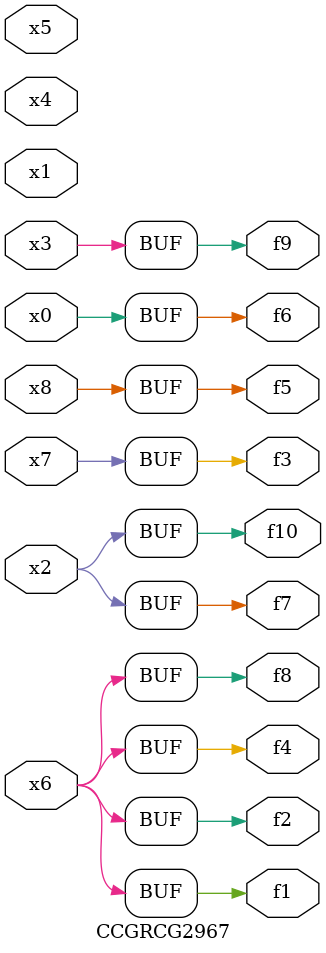
<source format=v>
module CCGRCG2967(
	input x0, x1, x2, x3, x4, x5, x6, x7, x8,
	output f1, f2, f3, f4, f5, f6, f7, f8, f9, f10
);
	assign f1 = x6;
	assign f2 = x6;
	assign f3 = x7;
	assign f4 = x6;
	assign f5 = x8;
	assign f6 = x0;
	assign f7 = x2;
	assign f8 = x6;
	assign f9 = x3;
	assign f10 = x2;
endmodule

</source>
